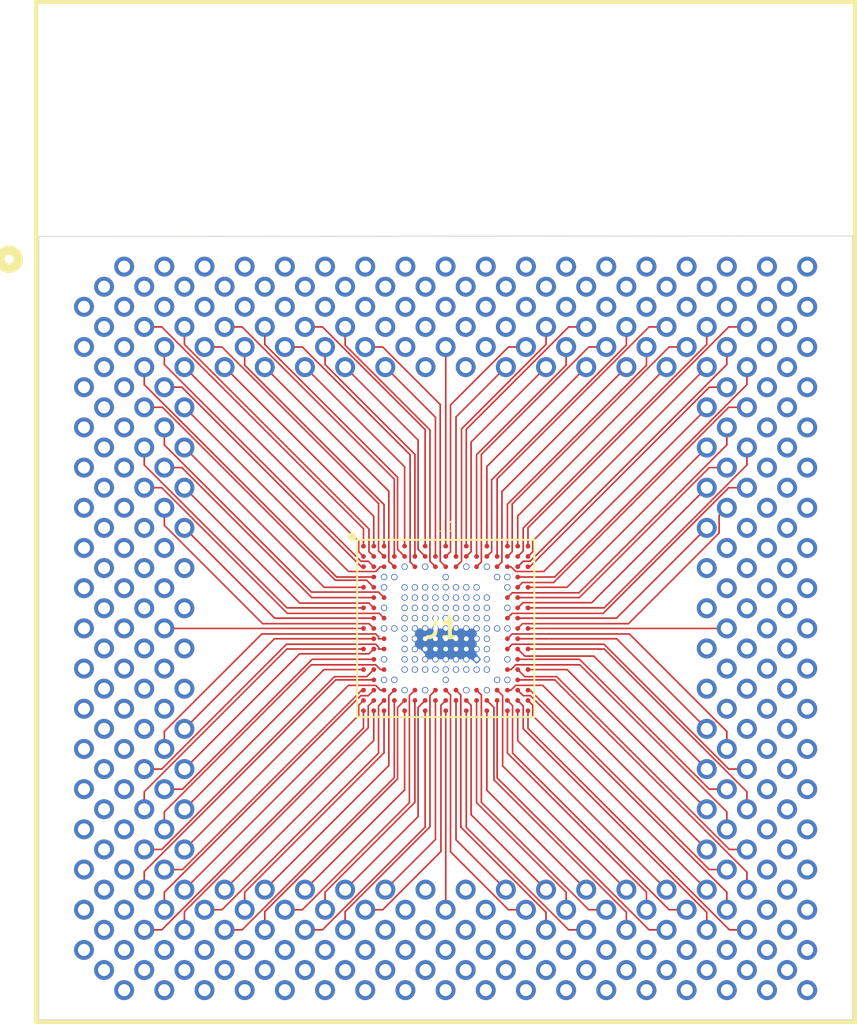
<source format=kicad_pcb>
(kicad_pcb (version 20221018) (generator pcbnew)
  (layers (0 "F.Cu" signal) (1 "In1.Cu" signal) (2 "In2.Cu" signal) (31 "B.Cu" signal) (34 "B.Paste" user) (35 "F.Paste" user) (36 "B.SilkS" user "B.Silkscreen") (37 "F.SilkS" user "F.Silkscreen") (38 "B.Mask" user) (39 "F.Mask" user) (44 "Edge.Cuts" user))
  (net 0 "")
  (net 245 "/A1")
  (net 246 "/A2")
  (net 247 "/A3")
  (net 248 "/A5")
  (net 249 "/A7")
  (net 250 "/A9")
  (net 251 "/A11")
  (net 252 "/A13")
  (net 253 "/A15")
  (net 254 "/A16")
  (net 255 "/A17")
  (net 256 "/B1")
  (net 257 "/B2")
  (net 258 "/B3")
  (net 259 "/B4")
  (net 260 "/B5")
  (net 261 "/B6")
  (net 262 "/B7")
  (net 263 "/DDRPLL_VCCA")
  (net 264 "/B9")
  (net 265 "/B10")
  (net 266 "/B11")
  (net 267 "/B12")
  (net 268 "/B13")
  (net 269 "/B14")
  (net 270 "/B15")
  (net 271 "/B16")
  (net 272 "/B17")
  (net 273 "/C1")
  (net 274 "/C2")
  (net 275 "/C3")
  (net 276 "/C4")
  (net 277 "/C5")
  (net 278 "/C6")
  (net 279 "/C7")
  (net 280 "/C8")
  (net 281 "/C10")
  (net 282 "/C11")
  (net 283 "/C12")
  (net 284 "/C13")
  (net 285 "/C14")
  (net 286 "/C15")
  (net 287 "/C16")
  (net 288 "/C17")
  (net 289 "/D2")
  (net 290 "/D3")
  (net 291 "/D4")
  (net 292 "/D9")
  (net 293 "/D14")
  (net 294 "/D15")
  (net 295 "/D16")
  (net 296 "/E1")
  (net 297 "/E2")
  (net 298 "/E3")
  (net 299 "/DDR_VREF")
  (net 300 "/VDDMEM")
  (net 301 "/E15")
  (net 302 "/E16")
  (net 303 "/E17")
  (net 304 "/F2")
  (net 305 "/F3")
  (net 306 "/DDRVDD")
  (net 307 "/F13")
  (net 308 "/F15")
  (net 309 "/F16")
  (net 310 "/G1")
  (net 311 "/G2")
  (net 312 "/G3")
  (net 313 "/G5")
  (net 314 "/G15")
  (net 315 "/G16")
  (net 316 "/G17")
  (net 317 "/H2")
  (net 318 "/H3")
  (net 319 "/CORE_0V8")
  (net 320 "/H15")
  (net 321 "/H16")
  (net 322 "/J1")
  (net 323 "/J2")
  (net 324 "/J3")
  (net 325 "/J4")
  (net 326 "/J14")
  (net 327 "/J15")
  (net 328 "/J16")
  (net 329 "/J17")
  (net 330 "/K2")
  (net 331 "/K3")
  (net 332 "/K15")
  (net 333 "/K16")
  (net 334 "/L1")
  (net 335 "/L2")
  (net 336 "/L3")
  (net 337 "/L13")
  (net 338 "/L15")
  (net 339 "/L16")
  (net 340 "/L17")
  (net 341 "/M2")
  (net 342 "/M3")
  (net 343 "/M15")
  (net 344 "/M16")
  (net 345 "/N1")
  (net 346 "/N2")
  (net 347 "/N3")
  (net 348 "/N5")
  (net 349 "/N11")
  (net 350 "/N13")
  (net 351 "/N15")
  (net 352 "/N16")
  (net 353 "/N17")
  (net 354 "/P2")
  (net 355 "/P3")
  (net 356 "/P4")
  (net 357 "/P9")
  (net 358 "/P14")
  (net 359 "/P15")
  (net 360 "/P16")
  (net 361 "/R1")
  (net 362 "/R2")
  (net 363 "/R3")
  (net 364 "/R4")
  (net 365 "/R5")
  (net 366 "/R6")
  (net 367 "/R7")
  (net 368 "/R8")
  (net 369 "/R9")
  (net 370 "/R10")
  (net 371 "/R11")
  (net 372 "/R12")
  (net 373 "/R13")
  (net 374 "/R14")
  (net 375 "/R15")
  (net 376 "/R16")
  (net 377 "/R17")
  (net 378 "/T1")
  (net 379 "/T2")
  (net 380 "/T3")
  (net 381 "/T4")
  (net 382 "/T5")
  (net 383 "/T6")
  (net 384 "/T7")
  (net 385 "/T8")
  (net 386 "/T9")
  (net 387 "/T10")
  (net 388 "/T11")
  (net 389 "/T12")
  (net 390 "/T13")
  (net 391 "/T14")
  (net 392 "/T15")
  (net 393 "/T16")
  (net 394 "/T17")
  (net 395 "/U1")
  (net 396 "/U2")
  (net 397 "/U3")
  (net 398 "/U5")
  (net 399 "/U7")
  (net 400 "/U9")
  (net 401 "/U11")
  (net 402 "/U13")
  (net 403 "/U15")
  (net 404 "/U16")
  (net 405 "/U17")
  (net 408 "GND")
  (footprint "687124149022:2-5916783-5" (layer "F.Cu") (at 122.655 131.13)
    (fp_text reference "J1")
    (fp_text value "2-5916783-5" hide)
  )
  (footprint "Library:BGA232_0D65_T41" (layer "F.Cu") (at 145.52506 108.2749)
    (fp_text reference "U1")
    (fp_text value "T41_BGA232" hide)
  )
  (gr_line (start 171.25 83.475) (end 171.25 133) (stroke (width 0.05)) (layer "Edge.Cuts"))
  (gr_line (start 119.8 83.5) (end 171.25 83.475) (stroke (width 0.05)) (layer "Edge.Cuts"))
  (gr_line (start 171.25 133) (end 119.8 133) (stroke (width 0.05)) (layer "Edge.Cuts"))
  (gr_line (start 119.8 133) (end 119.8 83.5) (stroke (width 0.05)) (layer "Edge.Cuts"))
  (segment (start 140.32517 101.973689) (end 140.32517 102.825) (width 0.1016) (layer "F.Cu") (net 245))
  (segment (start 127.571481 89.22) (end 140.32517 101.973689) (width 0.1016) (layer "F.Cu") (net 245))
  (segment (start 126.465 89.22) (end 127.571481 89.22) (width 0.1016) (layer "F.Cu") (net 245))
  (segment (start 140.32517 102.723629) (end 140.32517 103.07501) (width 0.1016) (layer "F.Cu") (net 245))
  (segment (start 140.97515 103.075) (end 140.97516 103.07501) (width 0.1) (layer "F.Cu") (net 246))
  (segment (start 140.97516 103.07501) (end 140.97516 101.19016) (width 0.1016) (layer "F.Cu") (net 246))
  (segment (start 140.97516 101.19016) (end 131.545 91.76) (width 0.1016) (layer "F.Cu") (net 246))
  (segment (start 140.97509 103.075) (end 140.97515 103.075) (width 0.1) (layer "F.Cu") (net 246))
  (segment (start 141.62509 100.446241) (end 141.62509 102.425) (width 0.1016) (layer "F.Cu") (net 247))
  (segment (start 141.62509 103.075) (end 141.62509 102.425) (width 0.1) (layer "F.Cu") (net 247))
  (segment (start 132.815 90.49) (end 132.815 91.636151) (width 0.1016) (layer "F.Cu") (net 247))
  (segment (start 132.815 91.636151) (end 141.62509 100.446241) (width 0.1016) (layer "F.Cu") (net 247))
  (segment (start 142.92504 98.06004) (end 142.92504 102.42505) (width 0.1016) (layer "F.Cu") (net 248))
  (segment (start 142.92504 103.075) (end 142.92504 102.42505) (width 0.1) (layer "F.Cu") (net 248))
  (segment (start 136.625 91.76) (end 142.92504 98.06004) (width 0.1016) (layer "F.Cu") (net 248))
  (segment (start 136.625 89.22) (end 137.731481 89.22) (width 0.1016) (layer "F.Cu") (net 249))
  (segment (start 144.22509 95.713609) (end 142.15 93.638519) (width 0.1) (layer "F.Cu") (net 249))
  (segment (start 137.731481 89.22) (end 142.15 93.638519) (width 0.1016) (layer "F.Cu") (net 249))
  (segment (start 144.22509 103.075) (end 144.22509 95.713609) (width 0.1) (layer "F.Cu") (net 249))
  (segment (start 145.52498 103.075) (end 145.52498 90.49998) (width 0.1) (layer "F.Cu") (net 250))
  (segment (start 145.52498 90.49998) (end 145.515 90.49) (width 0.1) (layer "F.Cu") (net 250))
  (segment (start 154.405 89.22) (end 153.298519 89.22) (width 0.1016) (layer "F.Cu") (net 251))
  (segment (start 153.298519 89.22) (end 146.82509 95.693429) (width 0.1016) (layer "F.Cu") (net 251))
  (segment (start 153.325 89.22) (end 153.298519 89.22) (width 0.1016) (layer "F.Cu") (net 251))
  (segment (start 146.82509 95.693429) (end 146.82509 102.49) (width 0.1016) (layer "F.Cu") (net 251))
  (segment (start 146.82509 103.075) (end 146.82509 102.49) (width 0.1) (layer "F.Cu") (net 251))
  (segment (start 148.12509 98.03991) (end 148.12509 102.425) (width 0.1016) (layer "F.Cu") (net 252))
  (segment (start 154.405 91.76) (end 148.12509 98.03991) (width 0.1016) (layer "F.Cu") (net 252))
  (segment (start 148.12509 103.075) (end 148.12509 102.425) (width 0.1) (layer "F.Cu") (net 252))
  (segment (start 149.42509 103.075) (end 149.42509 102.425) (width 0.1) (layer "F.Cu") (net 253))
  (segment (start 158.215 91.636151) (end 149.42509 100.426061) (width 0.1016) (layer "F.Cu") (net 253))
  (segment (start 158.215 90.49) (end 158.215 91.636151) (width 0.1016) (layer "F.Cu") (net 253))
  (segment (start 149.42509 100.426061) (end 149.42509 102.425) (width 0.1016) (layer "F.Cu") (net 253))
  (segment (start 159.485 91.76) (end 157.145 94.1) (width 0.1016) (layer "F.Cu") (net 254))
  (segment (start 150.07488 101.17012) (end 150.07488 102.42521) (width 0.1016) (layer "F.Cu") (net 254))
  (segment (start 150.07488 103.075) (end 150.07488 102.42521) (width 0.1) (layer "F.Cu") (net 254))
  (segment (start 157.145 94.1) (end 150.07488 101.17012) (width 0.1016) (layer "F.Cu") (net 254))
  (segment (start 164.565 89.22) (end 163.418849 89.22) (width 0.1016) (layer "F.Cu") (net 255))
  (segment (start 163.418849 89.22) (end 150.72495 101.913899) (width 0.1016) (layer "F.Cu") (net 255))
  (segment (start 150.72495 101.913899) (end 150.72495 103.07501) (width 0.1016) (layer "F.Cu") (net 255))
  (segment (start 140.022785 102.777785) (end 132.02 94.775) (width 0.1016) (layer "F.Cu") (net 256))
  (segment (start 129.005 91.76) (end 132.02 94.775) (width 0.1016) (layer "F.Cu") (net 256))
  (segment (start 140.022785 103.422605) (end 140.022785 102.777785) (width 0.1016) (layer "F.Cu") (net 256))
  (segment (start 140.32517 103.72499) (end 140.022785 103.422605) (width 0.1016) (layer "F.Cu") (net 256))
  (segment (start 140.97516 103.72499) (end 140.672775 103.422605) (width 0.1016) (layer "F.Cu") (net 257))
  (segment (start 129.005 90.326481) (end 140.672775 101.994256) (width 0.1016) (layer "F.Cu") (net 257))
  (segment (start 140.672775 101.994256) (end 140.672775 103.422605) (width 0.1016) (layer "F.Cu") (net 257))
  (segment (start 129.005 89.22) (end 129.005 90.326481) (width 0.1016) (layer "F.Cu") (net 257))
  (segment (start 130.275 90.49) (end 131.381481 90.49) (width 0.1016) (layer "F.Cu") (net 258))
  (segment (start 141.277545 100.386064) (end 141.277545 103.377465) (width 0.1016) (layer "F.Cu") (net 258))
  (segment (start 131.381481 90.49) (end 141.277545 100.386064) (width 0.1016) (layer "F.Cu") (net 258))
  (segment (start 141.277545 103.377465) (end 141.62506 103.72498) (width 0.1016) (layer "F.Cu") (net 258))
  (segment (start 142.27509 99.818509) (end 142.27509 98.843609) (width 0.1016) (layer "F.Cu") (net 259))
  (segment (start 142.27509 103.725) (end 142.27509 99.818509) (width 0.1016) (layer "F.Cu") (net 259))
  (segment (start 132.651481 89.22) (end 131.545 89.22) (width 0.1016) (layer "F.Cu") (net 259))
  (segment (start 142.27509 98.843609) (end 132.651481 89.22) (width 0.1016) (layer "F.Cu") (net 259))
  (segment (start 142.47829 99.694671) (end 142.47829 98.719771) (width 0.1016) (layer "F.Cu") (net 260))
  (segment (start 142.47829 98.719771) (end 134.085 90.326481) (width 0.1016) (layer "F.Cu") (net 260))
  (segment (start 142.47829 103.27823) (end 142.47829 99.694671) (width 0.1016) (layer "F.Cu") (net 260))
  (segment (start 134.085 90.326481) (end 134.085 89.22) (width 0.1016) (layer "F.Cu") (net 260))
  (segment (start 142.92504 103.72498) (end 142.47829 103.27823) (width 0.1016) (layer "F.Cu") (net 260))
  (segment (start 137.895 91.596481) (end 137.895 90.49) (width 0.1016) (layer "F.Cu") (net 261))
  (segment (start 143.5751 103.72499) (end 143.5751 98.251481) (width 0.1016) (layer "F.Cu") (net 261))
  (segment (start 143.5751 97.276581) (end 137.895 91.596481) (width 0.1016) (layer "F.Cu") (net 261))
  (segment (start 143.5751 98.251481) (end 143.5751 97.276581) (width 0.1016) (layer "F.Cu") (net 261))
  (segment (start 143.7783 103.27827) (end 143.7783 96.3733) (width 0.1016) (layer "F.Cu") (net 262))
  (segment (start 143.7783 96.3733) (end 139.165 91.76) (width 0.1016) (layer "F.Cu") (net 262))
  (segment (start 144.22501 103.72498) (end 143.7783 103.27827) (width 0.1016) (layer "F.Cu") (net 262))
  (segment (start 141.705 91.76) (end 143.45 93.505) (width 0.1016) (layer "F.Cu") (net 263))
  (segment (start 144.87507 94.93007) (end 143.45 93.505) (width 0.1016) (layer "F.Cu") (net 263))
  (segment (start 144.87507 103.72499) (end 144.87507 94.93007) (width 0.1016) (layer "F.Cu") (net 263))
  (segment (start 145.82749 103.4226) (end 145.52509 103.725) (width 0.1016) (layer "F.Cu") (net 264))
  (segment (start 145.82749 94.151029) (end 145.82749 103.4226) (width 0.1016) (layer "F.Cu") (net 264))
  (segment (start 150.595 90.49) (end 149.488519 90.49) (width 0.1016) (layer "F.Cu") (net 264))
  (segment (start 149.488519 90.49) (end 145.82749 94.151029) (width 0.1016) (layer "F.Cu") (net 264))
  (segment (start 146.17509 94.90991) (end 146.17509 103.725) (width 0.1016) (layer "F.Cu") (net 265))
  (segment (start 149.325 91.76) (end 146.17509 94.90991) (width 0.1016) (layer "F.Cu") (net 265))
  (segment (start 147.12749 103.4226) (end 146.82509 103.725) (width 0.1016) (layer "F.Cu") (net 266))
  (segment (start 147.12749 96.49751) (end 147.12749 103.4226) (width 0.1016) (layer "F.Cu") (net 266))
  (segment (start 151.865 91.76) (end 147.12749 96.49751) (width 0.1016) (layer "F.Cu") (net 266))
  (segment (start 147.47494 97.296211) (end 147.47494 103.72498) (width 0.1016) (layer "F.Cu") (net 267))
  (segment (start 153.135 91.636151) (end 147.47494 97.296211) (width 0.1016) (layer "F.Cu") (net 267))
  (segment (start 153.135 90.49) (end 153.135 91.636151) (width 0.1016) (layer "F.Cu") (net 267))
  (segment (start 148.42749 98.883661) (end 148.42749 103.4226) (width 0.1016) (layer "F.Cu") (net 268))
  (segment (start 156.945 90.366151) (end 148.42749 98.883661) (width 0.1016) (layer "F.Cu") (net 268))
  (segment (start 156.945 89.22) (end 156.945 90.366151) (width 0.1016) (layer "F.Cu") (net 268))
  (segment (start 148.42749 103.4226) (end 148.12509 103.725) (width 0.1016) (layer "F.Cu") (net 268))
  (segment (start 159.485 89.22) (end 158.378519 89.22) (width 0.1016) (layer "F.Cu") (net 269))
  (segment (start 158.378519 89.22) (end 148.77499 98.823529) (width 0.1016) (layer "F.Cu") (net 269))
  (segment (start 148.77499 98.823529) (end 148.77499 103.72499) (width 0.1016) (layer "F.Cu") (net 269))
  (segment (start 149.72749 100.411029) (end 149.72749 103.42239) (width 0.1016) (layer "F.Cu") (net 270))
  (segment (start 149.72749 103.42239) (end 149.4249 103.72498) (width 0.1016) (layer "F.Cu") (net 270))
  (segment (start 160.755 90.49) (end 159.648519 90.49) (width 0.1016) (layer "F.Cu") (net 270))
  (segment (start 149.72749 100.411029) (end 149.72749 100.5) (width 0.1016) (layer "F.Cu") (net 270))
  (segment (start 159.648519 90.49) (end 149.72749 100.411029) (width 0.1016) (layer "F.Cu") (net 270))
  (segment (start 150.3 103.5) (end 150.422565 103.377435) (width 0.1016) (layer "F.Cu") (net 271))
  (segment (start 162.025 90.326481) (end 162.025 89.22) (width 0.1016) (layer "F.Cu") (net 271))
  (segment (start 150.07496 103.72499) (end 150.29995 103.5) (width 0.1016) (layer "F.Cu") (net 271))
  (segment (start 150.422565 103.377435) (end 150.422565 101.928916) (width 0.1016) (layer "F.Cu") (net 271))
  (segment (start 150.422565 101.928916) (end 162.025 90.326481) (width 0.1016) (layer "F.Cu") (net 271))
  (segment (start 150.29995 103.5) (end 150.3 103.5) (width 0.1016) (layer "F.Cu") (net 271))
  (segment (start 151.027335 102.757665) (end 151.027335 103.422605) (width 0.1016) (layer "F.Cu") (net 272))
  (segment (start 162.025 91.76) (end 151.027335 102.757665) (width 0.1016) (layer "F.Cu") (net 272))
  (segment (start 150.72495 103.72499) (end 151.027335 103.422605) (width 0.1016) (layer "F.Cu") (net 272))
  (segment (start 140.186451 104.37497) (end 140.32509 104.37497) (width 0.1016) (layer "F.Cu") (net 273))
  (segment (start 128.841481 93.03) (end 132.725 96.913519) (width 0.1016) (layer "F.Cu") (net 273))
  (segment (start 127.735 93.03) (end 128.841481 93.03) (width 0.1016) (layer "F.Cu") (net 273))
  (segment (start 132.725 96.913519) (end 140.186451 104.37497) (width 0.1016) (layer "F.Cu") (net 273))
  (segment (start 127.735 91.596481) (end 127.735 90.49) (width 0.1016) (layer "F.Cu") (net 274))
  (segment (start 140.97509 104.375) (end 140.627465 104.027375) (width 0.1016) (layer "F.Cu") (net 274))
  (segment (start 140.165894 104.027375) (end 127.735 91.596481) (width 0.1016) (layer "F.Cu") (net 274))
  (segment (start 140.627465 104.027375) (end 140.165894 104.027375) (width 0.1016) (layer "F.Cu") (net 274))
  (segment (start 141.277545 104.500232) (end 141.100412 104.677365) (width 0.1016) (layer "F.Cu") (net 275))
  (segment (start 141.62506 104.37497) (end 141.62507 104.37498) (width 0.1016) (layer "F.Cu") (net 275))
  (segment (start 141.100412 104.677365) (end 139.382365 104.677365) (width 0.1016) (layer "F.Cu") (net 275))
  (segment (start 141.62507 104.37498) (end 141.62514 104.37498) (width 0.1016) (layer "F.Cu") (net 275))
  (segment (start 141.62514 104.37498) (end 141.40002 104.37498) (width 0.1016) (layer "F.Cu") (net 275))
  (segment (start 139.382365 104.677365) (end 129.005 94.3) (width 0.1016) (layer "F.Cu") (net 275))
  (segment (start 141.40002 104.37498) (end 141.277545 104.497455) (width 0.1016) (layer "F.Cu") (net 275))
  (segment (start 141.277545 104.497455) (end 141.277545 104.500232) (width 0.1016) (layer "F.Cu") (net 275))
  (segment (start 141.927525 99.602525) (end 134.085 91.76) (width 0.1016) (layer "F.Cu") (net 276))
  (segment (start 142.00015 104.1) (end 141.975 104.1) (width 0.1016) (layer "F.Cu") (net 276))
  (segment (start 141.927525 104.052525) (end 141.927525 99.602525) (width 0.1016) (layer "F.Cu") (net 276))
  (segment (start 142.27513 104.37498) (end 142.00015 104.1) (width 0.1016) (layer "F.Cu") (net 276))
  (segment (start 141.975 104.1) (end 141.927525 104.052525) (width 0.1016) (layer "F.Cu") (net 276))
  (via (at 142.925 104.375) (size 0.4) (drill 0.3) (layers "F.Cu" "B.Cu") (net 277))
  (segment (start 143.272715 104.072595) (end 143.272715 97.301234) (width 0.1016) (layer "F.Cu") (net 278))
  (segment (start 143.272715 97.301234) (end 136.461481 90.49) (width 0.1016) (layer "F.Cu") (net 278))
  (segment (start 143.5751 104.37498) (end 143.272715 104.072595) (width 0.1016) (layer "F.Cu") (net 278))
  (segment (start 136.461481 90.49) (end 135.355 90.49) (width 0.1016) (layer "F.Cu") (net 278))
  (via (at 144.225 104.375) (size 0.4) (drill 0.3) (layers "F.Cu" "B.Cu") (net 279))
  (segment (start 144.527475 104.027475) (end 144.527475 95.728626) (width 0.1016) (layer "F.Cu") (net 280))
  (segment (start 144.527475 95.728626) (end 139.165 90.366151) (width 0.1016) (layer "F.Cu") (net 280))
  (segment (start 144.87499 104.37497) (end 144.875 104.37498) (width 0.1016) (layer "F.Cu") (net 280))
  (segment (start 144.875 104.37498) (end 144.87507 104.37498) (width 0.1016) (layer "F.Cu") (net 280))
  (segment (start 144.62509 104.125) (end 144.625 104.125) (width 0.1016) (layer "F.Cu") (net 280))
  (segment (start 144.625 104.125) (end 144.527475 104.027475) (width 0.1016) (layer "F.Cu") (net 280))
  (segment (start 144.87507 104.37498) (end 144.62509 104.125) (width 0.1016) (layer "F.Cu") (net 280))
  (segment (start 139.165 90.366151) (end 139.165 89.22) (width 0.1016) (layer "F.Cu") (net 280))
  (segment (start 146.522645 95.668836) (end 151.865 90.326481) (width 0.1016) (layer "F.Cu") (net 281))
  (segment (start 146.522645 104.027385) (end 146.522645 95.668836) (width 0.1016) (layer "F.Cu") (net 281))
  (segment (start 151.865 90.326481) (end 151.865 89.22) (width 0.1016) (layer "F.Cu") (net 281))
  (segment (start 146.17505 104.37498) (end 146.522645 104.027385) (width 0.1016) (layer "F.Cu") (net 281))
  (via (at 146.825 104.375) (size 0.4) (drill 0.3) (layers "F.Cu" "B.Cu") (net 282))
  (segment (start 154.568519 90.49) (end 147.777405 97.281114) (width 0.1016) (layer "F.Cu") (net 283))
  (segment (start 147.47502 104.37498) (end 147.777405 104.072595) (width 0.1016) (layer "F.Cu") (net 283))
  (segment (start 147.777405 104.072595) (end 147.777405 101.477405) (width 0.1016) (layer "F.Cu") (net 283))
  (segment (start 155.675 90.49) (end 154.568519 90.49) (width 0.1016) (layer "F.Cu") (net 283))
  (segment (start 147.777405 97.281114) (end 147.777405 101.477405) (width 0.1016) (layer "F.Cu") (net 283))
  (via (at 148.125 104.375) (size 0.4) (drill 0.3) (layers "F.Cu" "B.Cu") (net 284))
  (segment (start 149.077375 99.627625) (end 149.077375 101.399185) (width 0.1016) (layer "F.Cu") (net 285))
  (segment (start 148.77499 104.37498) (end 149.077375 104.072595) (width 0.1016) (layer "F.Cu") (net 285))
  (segment (start 149.077375 104.072595) (end 149.077375 101.399185) (width 0.1016) (layer "F.Cu") (net 285))
  (segment (start 156.945 91.76) (end 149.077375 99.627625) (width 0.1016) (layer "F.Cu") (net 285))
  (segment (start 149.647323 104.37498) (end 149.949708 104.677365) (width 0.1016) (layer "F.Cu") (net 286))
  (segment (start 151.722635 104.677365) (end 162.025 94.375) (width 0.1016) (layer "F.Cu") (net 286))
  (segment (start 149.949708 104.677365) (end 151.722635 104.677365) (width 0.1016) (layer "F.Cu") (net 286))
  (segment (start 149.42498 104.37498) (end 149.647323 104.37498) (width 0.1016) (layer "F.Cu") (net 286))
  (segment (start 162.025 94.375) (end 162.025 94.3) (width 0.1016) (layer "F.Cu") (net 286))
  (segment (start 150.422715 104.027375) (end 150.864106 104.027375) (width 0.1016) (layer "F.Cu") (net 287))
  (segment (start 150.07509 104.375) (end 150.422715 104.027375) (width 0.1016) (layer "F.Cu") (net 287))
  (segment (start 150.864106 104.027375) (end 163.295 91.596481) (width 0.1016) (layer "F.Cu") (net 287))
  (segment (start 163.295 91.596481) (end 163.295 90.49) (width 0.1016) (layer "F.Cu") (net 287))
  (segment (start 162.188519 93.03) (end 158.225 96.993519) (width 0.1016) (layer "F.Cu") (net 288))
  (segment (start 163.295 93.03) (end 162.188519 93.03) (width 0.1016) (layer "F.Cu") (net 288))
  (segment (start 150.72509 104.375) (end 150.843519 104.375) (width 0.1) (layer "F.Cu") (net 288))
  (segment (start 150.843519 104.375) (end 158.225 96.993519) (width 0.1) (layer "F.Cu") (net 288))
  (segment (start 140.97508 105.02496) (end 139.43686 105.02496) (width 0.1016) (layer "F.Cu") (net 289))
  (segment (start 138.623479 105.02496) (end 139.43686 105.02496) (width 0.1016) (layer "F.Cu") (net 289))
  (segment (start 126.465 91.76) (end 126.465 92.866481) (width 0.1016) (layer "F.Cu") (net 289))
  (segment (start 126.465 92.866481) (end 138.623479 105.02496) (width 0.1016) (layer "F.Cu") (net 289))
  (via (at 141.625 105.025) (size 0.4) (drill 0.3) (layers "F.Cu" "B.Cu") (net 290))
  (via (at 142.27509 105.025) (size 0.4) (drill 0.3) (layers "F.Cu" "B.Cu") (net 291))
  (via (at 145.52509 105.025) (size 0.4) (drill 0.3) (layers "F.Cu" "B.Cu") (net 292))
  (via (at 148.77509 105.025) (size 0.4) (drill 0.3) (layers "F.Cu" "B.Cu") (net 293))
  (via (at 149.425 105.025) (size 0.4) (drill 0.3) (layers "F.Cu" "B.Cu") (net 294))
  (segment (start 150.07509 105.025) (end 152.406481 105.025) (width 0.1016) (layer "F.Cu") (net 295))
  (segment (start 152.406481 105.025) (end 156.506481 100.925) (width 0.1016) (layer "F.Cu") (net 295))
  (segment (start 164.565 91.76) (end 164.565 92.866481) (width 0.1016) (layer "F.Cu") (net 295))
  (segment (start 164.565 92.866481) (end 156.506481 100.925) (width 0.1016) (layer "F.Cu") (net 295))
  (segment (start 129.005 96.84) (end 131.065 98.9) (width 0.1016) (layer "F.Cu") (net 296))
  (segment (start 137.83994 105.67494) (end 140.32509 105.67494) (width 0.1016) (layer "F.Cu") (net 296))
  (segment (start 131.065 98.9) (end 137.83994 105.67494) (width 0.1016) (layer "F.Cu") (net 296))
  (segment (start 126.465 94.3) (end 127.611151 94.3) (width 0.1016) (layer "F.Cu") (net 297))
  (segment (start 134.918076 101.606925) (end 138.539311 105.22816) (width 0.1016) (layer "F.Cu") (net 297))
  (segment (start 127.611151 94.3) (end 134.918076 101.606925) (width 0.1016) (layer "F.Cu") (net 297))
  (segment (start 138.539311 105.22816) (end 140.5283 105.22816) (width 0.1016) (layer "F.Cu") (net 297))
  (segment (start 140.5283 105.22816) (end 140.97508 105.67494) (width 0.1016) (layer "F.Cu") (net 297))
  (via (at 141.62509 105.675) (size 0.4) (drill 0.3) (layers "F.Cu" "B.Cu") (net 298))
  (via (at 142.92509 105.675) (size 0.4) (drill 0.3) (layers "F.Cu" "B.Cu") (net 299))
  (via (at 144.22509 105.675) (size 0.4) (drill 0.3) (layers "F.Cu" "B.Cu") (net 300))
  (via (at 147.47509 105.675) (size 0.4) (drill 0.3) (layers "F.Cu" "B.Cu") (net 300))
  (via (at 146.82509 105.675) (size 0.4) (drill 0.3) (layers "F.Cu" "B.Cu") (net 300))
  (via (at 146.17509 105.675) (size 0.4) (drill 0.3) (layers "F.Cu" "B.Cu") (net 300))
  (via (at 143.57509 105.675) (size 0.4) (drill 0.3) (layers "F.Cu" "B.Cu") (net 300))
  (via (at 145.52509 105.675) (size 0.4) (drill 0.3) (layers "F.Cu" "B.Cu") (net 300))
  (via (at 144.87509 105.675) (size 0.4) (drill 0.3) (layers "F.Cu" "B.Cu") (net 300))
  (via (at 149.42509 105.675) (size 0.4) (drill 0.3) (layers "F.Cu" "B.Cu") (net 301))
  (segment (start 152.346294 105.372555) (end 150.377535 105.372555) (width 0.1016) (layer "F.Cu") (net 302))
  (segment (start 163.418849 94.3) (end 152.346294 105.372555) (width 0.1016) (layer "F.Cu") (net 302))
  (segment (start 150.377535 105.372555) (end 150.07509 105.675) (width 0.1016) (layer "F.Cu") (net 302))
  (segment (start 164.565 94.3) (end 163.418849 94.3) (width 0.1016) (layer "F.Cu") (net 302))
  (segment (start 162.025 96.84) (end 153.19 105.675) (width 0.1016) (layer "F.Cu") (net 303))
  (segment (start 153.19 105.675) (end 150.72509 105.675) (width 0.1016) (layer "F.Cu") (net 303))
  (segment (start 128.841481 98.11) (end 137.056411 106.32493) (width 0.1016) (layer "F.Cu") (net 304))
  (segment (start 137.056411 106.32493) (end 139.46683 106.32493) (width 0.1016) (layer "F.Cu") (net 304))
  (segment (start 127.735 98.11) (end 128.841481 98.11) (width 0.1016) (layer "F.Cu") (net 304))
  (segment (start 140.97508 106.32493) (end 139.46683 106.32493) (width 0.1016) (layer "F.Cu") (net 304))
  (segment (start 141.277535 105.977335) (end 137.035854 105.977335) (width 0.1016) (layer "F.Cu") (net 305))
  (segment (start 137.035854 105.977335) (end 127.735 96.676481) (width 0.1016) (layer "F.Cu") (net 305))
  (segment (start 127.735 96.676481) (end 127.735 95.57) (width 0.1016) (layer "F.Cu") (net 305))
  (segment (start 141.62506 106.32486) (end 141.277535 105.977335) (width 0.1016) (layer "F.Cu") (net 305))
  (segment (start 141.62506 106.32493) (end 141.62506 106.32486) (width 0.1016) (layer "F.Cu") (net 305))
  (via (at 144.87509 106.325) (size 0.4) (drill 0.3) (layers "F.Cu" "B.Cu") (net 306))
  (via (at 146.17509 106.325) (size 0.4) (drill 0.3) (layers "F.Cu" "B.Cu") (net 306))
  (via (at 147.47509 106.325) (size 0.4) (drill 0.3) (layers "F.Cu" "B.Cu") (net 306))
  (via (at 146.82509 106.325) (size 0.4) (drill 0.3) (layers "F.Cu" "B.Cu") (net 306))
  (via (at 143.57509 106.325) (size 0.4) (drill 0.3) (layers "F.Cu" "B.Cu") (net 306))
  (via (at 142.92509 106.325) (size 0.4) (drill 0.3) (layers "F.Cu" "B.Cu") (net 306))
  (via (at 144.22509 106.325) (size 0.4) (drill 0.3) (layers "F.Cu" "B.Cu") (net 306))
  (via (at 145.52509 106.325) (size 0.4) (drill 0.3) (layers "F.Cu" "B.Cu") (net 306))
  (via (at 148.12509 106.325) (size 0.4) (drill 0.3) (layers "F.Cu" "B.Cu") (net 307))
  (segment (start 163.295 96.676481) (end 153.948936 106.022545) (width 0.1016) (layer "F.Cu") (net 308))
  (segment (start 153.948936 106.022545) (end 149.727285 106.022545) (width 0.1016) (layer "F.Cu") (net 308))
  (segment (start 149.727285 106.022545) (end 149.4249 106.32493) (width 0.1016) (layer "F.Cu") (net 308))
  (segment (start 163.295 95.57) (end 163.295 96.676481) (width 0.1016) (layer "F.Cu") (net 308))
  (segment (start 163.295 98.11) (end 162.188519 98.11) (width 0.1016) (layer "F.Cu") (net 309))
  (segment (start 162.188519 98.11) (end 153.973519 106.325) (width 0.1016) (layer "F.Cu") (net 309))
  (segment (start 153.973519 106.325) (end 150.07509 106.325) (width 0.1016) (layer "F.Cu") (net 309))
  (segment (start 126.465 97.946481) (end 135.493519 106.975) (width 0.1016) (layer "F.Cu") (net 310))
  (segment (start 135.493519 106.975) (end 136.761571 106.975) (width 0.1016) (layer "F.Cu") (net 310))
  (segment (start 126.465 96.84) (end 126.465 97.946481) (width 0.1016) (layer "F.Cu") (net 310))
  (segment (start 136.761571 106.975) (end 140.32509 106.975) (width 0.1016) (layer "F.Cu") (net 310))
  (segment (start 140.67269 106.6726) (end 140.97509 106.975) (width 0.1016) (layer "F.Cu") (net 311))
  (segment (start 136.2976 106.6726) (end 136.786209 106.6726) (width 0.1016) (layer "F.Cu") (net 311))
  (segment (start 136.786209 106.6726) (end 140.67269 106.6726) (width 0.1016) (layer "F.Cu") (net 311))
  (segment (start 129.005 99.38) (end 136.2976 106.6726) (width 0.1016) (layer "F.Cu") (net 311))
  (via (at 141.62509 106.975) (size 0.4) (drill 0.3) (layers "F.Cu" "B.Cu") (net 312))
  (via (at 142.92509 106.975) (size 0.4) (drill 0.3) (layers "F.Cu" "B.Cu") (net 313))
  (via (at 149.42509 106.975) (size 0.4) (drill 0.3) (layers "F.Cu" "B.Cu") (net 314))
  (segment (start 162.025 99.38) (end 154.75902 106.64598) (width 0.1016) (layer "F.Cu") (net 315))
  (segment (start 154.75902 106.64598) (end 150.40411 106.64598) (width 0.1016) (layer "F.Cu") (net 315))
  (segment (start 150.40411 106.64598) (end 150.07509 106.975) (width 0.1016) (layer "F.Cu") (net 315))
  (segment (start 164.565 96.84) (end 164.565 97.946481) (width 0.1016) (layer "F.Cu") (net 316))
  (segment (start 164.565 97.946481) (end 155.536481 106.975) (width 0.1016) (layer "F.Cu") (net 316))
  (segment (start 155.536481 106.975) (end 150.72509 106.975) (width 0.1016) (layer "F.Cu") (net 316))
  (segment (start 134.7099 107.6249) (end 139.44396 107.6249) (width 0.1016) (layer "F.Cu") (net 317))
  (segment (start 129.005 101.92) (end 134.7099 107.6249) (width 0.1016) (layer "F.Cu") (net 317))
  (segment (start 140.97508 107.6249) (end 139.44396 107.6249) (width 0.1016) (layer "F.Cu") (net 317))
  (segment (start 127.571481 99.38) (end 135.513996 107.322515) (width 0.1016) (layer "F.Cu") (net 318))
  (segment (start 141.322675 107.322515) (end 139.458977 107.322515) (width 0.1016) (layer "F.Cu") (net 318))
  (segment (start 135.513996 107.322515) (end 139.458977 107.322515) (width 0.1016) (layer "F.Cu") (net 318))
  (segment (start 126.465 99.38) (end 127.571481 99.38) (width 0.1016) (layer "F.Cu") (net 318))
  (segment (start 141.62506 107.6249) (end 141.322675 107.322515) (width 0.1016) (layer "F.Cu") (net 318))
  (via (at 143.57509 107.625) (size 0.4) (drill 0.3) (layers "F.Cu" "B.Cu") (net 319))
  (via (at 145.52509 107.625) (size 0.4) (drill 0.3) (layers "F.Cu" "B.Cu") (net 319))
  (via (at 142.92509 108.275) (size 0.4) (drill 0.3) (layers "F.Cu" "B.Cu") (net 319))
  (via (at 142.92509 107.625) (size 0.4) (drill 0.3) (layers "F.Cu" "B.Cu") (net 319))
  (via (at 146.82509 107.625) (size 0.4) (drill 0.3) (layers "F.Cu" "B.Cu") (net 319))
  (via (at 142.92509 109.575) (size 0.4) (drill 0.3) (layers "F.Cu" "B.Cu") (net 319))
  (via (at 148.12509 108.925) (size 0.4) (drill 0.3) (layers "F.Cu" "B.Cu") (net 319))
  (via (at 143.57509 110.875) (size 0.4) (drill 0.3) (layers "F.Cu" "B.Cu") (net 319))
  (via (at 143.57509 110.225) (size 0.4) (drill 0.3) (layers "F.Cu" "B.Cu") (net 319))
  (via (at 144.87509 110.875) (size 0.4) (drill 0.3) (layers "F.Cu" "B.Cu") (net 319))
  (via (at 144.22509 107.625) (size 0.4) (drill 0.3) (layers "F.Cu" "B.Cu") (net 319))
  (via (at 148.12509 108.275) (size 0.4) (drill 0.3) (layers "F.Cu" "B.Cu") (net 319))
  (via (at 146.17509 110.875) (size 0.4) (drill 0.3) (layers "F.Cu" "B.Cu") (net 319))
  (via (at 142.92509 108.925) (size 0.4) (drill 0.3) (layers "F.Cu" "B.Cu") (net 319))
  (via (at 148.12509 107.625) (size 0.4) (drill 0.3) (layers "F.Cu" "B.Cu") (net 319))
  (via (at 144.22509 110.875) (size 0.4) (drill 0.3) (layers "F.Cu" "B.Cu") (net 319))
  (via (at 146.17509 107.625) (size 0.4) (drill 0.3) (layers "F.Cu" "B.Cu") (net 319))
  (via (at 147.47509 107.625) (size 0.4) (drill 0.3) (layers "F.Cu" "B.Cu") (net 319))
  (via (at 145.52509 107.625) (size 0.4) (drill 0.3) (layers "F.Cu" "B.Cu") (net 319))
  (via (at 144.87509 107.625) (size 0.4) (drill 0.3) (layers "F.Cu" "B.Cu") (net 319))
  (via (at 142.92509 110.225) (size 0.4) (drill 0.3) (layers "F.Cu" "B.Cu") (net 319))
  (via (at 145.52509 110.875) (size 0.4) (drill 0.3) (layers "F.Cu" "B.Cu") (net 319))
  (segment (start 149.727285 107.322515) (end 149.4249 107.6249) (width 0.1016) (layer "F.Cu") (net 320))
  (segment (start 163.418849 99.38) (end 155.476334 107.322515) (width 0.1016) (layer "F.Cu") (net 320))
  (segment (start 155.476334 107.322515) (end 149.727285 107.322515) (width 0.1016) (layer "F.Cu") (net 320))
  (segment (start 164.565 99.38) (end 163.418849 99.38) (width 0.1016) (layer "F.Cu") (net 320))
  (segment (start 156.32 107.625) (end 150.07509 107.625) (width 0.1016) (layer "F.Cu") (net 321))
  (segment (start 162.025 101.92) (end 156.32 107.625) (width 0.1016) (layer "F.Cu") (net 321))
  (segment (start 140.32509 108.27489) (end 127.73989 108.27489) (width 0.1016) (layer "F.Cu") (net 322))
  (segment (start 127.73989 108.27489) (end 127.735 108.27) (width 0.1016) (layer "F.Cu") (net 322))
  (segment (start 140.67269 107.9726) (end 140.97509 108.275) (width 0.1016) (layer "F.Cu") (net 323))
  (segment (start 127.735 100.65) (end 127.735 101.756481) (width 0.1016) (layer "F.Cu") (net 323))
  (segment (start 127.735 101.756481) (end 133.951119 107.9726) (width 0.1016) (layer "F.Cu") (net 323))
  (segment (start 135.219171 107.9726) (end 140.67269 107.9726) (width 0.1016) (layer "F.Cu") (net 323))
  (segment (start 133.951119 107.9726) (end 135.219171 107.9726) (width 0.1016) (layer "F.Cu") (net 323))
  (via (at 141.62509 108.275) (size 0.4) (drill 0.3) (layers "F.Cu" "B.Cu") (net 324))
  (via (at 142.27509 108.275) (size 0.4) (drill 0.3) (layers "F.Cu" "B.Cu") (net 325))
  (via (at 148.77509 108.275) (size 0.4) (drill 0.3) (layers "F.Cu" "B.Cu") (net 326))
  (via (at 149.42509 108.275) (size 0.4) (drill 0.3) (layers "F.Cu" "B.Cu") (net 327))
  (segment (start 162.8074 101.1376) (end 162.8074 102.244081) (width 0.1016) (layer "F.Cu") (net 328))
  (segment (start 150.377585 107.972505) (end 150.07509 108.275) (width 0.1016) (layer "F.Cu") (net 328))
  (segment (start 162.8074 102.244081) (end 157.078976 107.972505) (width 0.1016) (layer "F.Cu") (net 328))
  (segment (start 157.078976 107.972505) (end 150.377585 107.972505) (width 0.1016) (layer "F.Cu") (net 328))
  (segment (start 163.295 100.65) (end 162.8074 101.1376) (width 0.1016) (layer "F.Cu") (net 328))
  (segment (start 150.72509 108.275) (end 163.29 108.275) (width 0.1016) (layer "F.Cu") (net 329))
  (segment (start 163.29 108.275) (end 163.295 108.27) (width 0.1016) (layer "F.Cu") (net 329))
  (segment (start 129.005 114.62) (end 130.825 112.8) (width 0.1016) (layer "F.Cu") (net 330))
  (segment (start 140.97508 108.92487) (end 134.70013 108.92487) (width 0.1016) (layer "F.Cu") (net 330))
  (segment (start 134.70013 108.92487) (end 130.825 112.8) (width 0.1016) (layer "F.Cu") (net 330))
  (segment (start 141.100412 108.622495) (end 133.896024 108.622495) (width 0.1016) (layer "F.Cu") (net 331))
  (segment (start 141.277545 108.925) (end 141.277545 108.799628) (width 0.1016) (layer "F.Cu") (net 331))
  (segment (start 141.277545 108.799628) (end 141.100412 108.622495) (width 0.1016) (layer "F.Cu") (net 331))
  (segment (start 127.735 115.89) (end 127.735 114.783519) (width 0.1016) (layer "F.Cu") (net 331))
  (segment (start 141.62509 108.925) (end 141.277545 108.925) (width 0.1016) (layer "F.Cu") (net 331))
  (segment (start 133.896024 108.622495) (end 129.343519 113.175) (width 0.1016) (layer "F.Cu") (net 331))
  (segment (start 129.118519 113.4) (end 129.343519 113.175) (width 0.1016) (layer "F.Cu") (net 331))
  (segment (start 127.735 114.783519) (end 129.118519 113.4) (width 0.1016) (layer "F.Cu") (net 331))
  (segment (start 163.295 114.783519) (end 157.133966 108.622485) (width 0.1016) (layer "F.Cu") (net 332))
  (segment (start 157.133966 108.622485) (end 152.051385 108.622485) (width 0.1016) (layer "F.Cu") (net 332))
  (segment (start 163.295 115.89) (end 163.295 114.783519) (width 0.1016) (layer "F.Cu") (net 332))
  (segment (start 149.4249 108.92487) (end 149.727285 108.622485) (width 0.1016) (layer "F.Cu") (net 332))
  (segment (start 149.727285 108.622485) (end 152.051385 108.622485) (width 0.1016) (layer "F.Cu") (net 332))
  (segment (start 150.07509 108.925) (end 151.8459 108.925) (width 0.1016) (layer "F.Cu") (net 333))
  (segment (start 156.33 108.925) (end 151.8459 108.925) (width 0.1016) (layer "F.Cu") (net 333))
  (segment (start 162.025 114.62) (end 156.33 108.925) (width 0.1016) (layer "F.Cu") (net 333))
  (segment (start 135.483659 109.57486) (end 132.05 113.008519) (width 0.1016) (layer "F.Cu") (net 334))
  (segment (start 140.32509 109.57486) (end 135.483659 109.57486) (width 0.1016) (layer "F.Cu") (net 334))
  (segment (start 126.465 118.593519) (end 132.05 113.008519) (width 0.1016) (layer "F.Cu") (net 334))
  (segment (start 126.465 119.7) (end 126.465 118.593519) (width 0.1016) (layer "F.Cu") (net 334))
  (segment (start 129.005 117.16) (end 130.29 115.875) (width 0.1016) (layer "F.Cu") (net 335))
  (segment (start 140.67269 109.8774) (end 140.97509 109.575) (width 0.1016) (layer "F.Cu") (net 335))
  (segment (start 136.2876 109.8774) (end 140.67269 109.8774) (width 0.1016) (layer "F.Cu") (net 335))
  (segment (start 130.29 115.875) (end 136.2876 109.8774) (width 0.1016) (layer "F.Cu") (net 335))
  (segment (start 141.277545 109.57486) (end 141.277545 109.449618) (width 0.1016) (layer "F.Cu") (net 336))
  (segment (start 126.465 117.16) (end 127.571481 117.16) (width 0.1016) (layer "F.Cu") (net 336))
  (segment (start 141.100412 109.272485) (end 135.458996 109.272485) (width 0.1016) (layer "F.Cu") (net 336))
  (segment (start 127.571481 117.16) (end 131.256481 113.475) (width 0.1016) (layer "F.Cu") (net 336))
  (segment (start 141.277545 109.449618) (end 141.100412 109.272485) (width 0.1016) (layer "F.Cu") (net 336))
  (segment (start 135.458996 109.272485) (end 131.256481 113.475) (width 0.1016) (layer "F.Cu") (net 336))
  (segment (start 141.62506 109.57486) (end 141.277545 109.57486) (width 0.1016) (layer "F.Cu") (net 336))
  (via (at 148.12509 109.575) (size 0.4) (drill 0.3) (layers "F.Cu" "B.Cu") (net 337))
  (segment (start 155.531324 109.272475) (end 151.956703 109.272475) (width 0.1016) (layer "F.Cu") (net 338))
  (segment (start 149.727615 109.272475) (end 151.956703 109.272475) (width 0.1016) (layer "F.Cu") (net 338))
  (segment (start 149.42509 109.575) (end 149.727615 109.272475) (width 0.1016) (layer "F.Cu") (net 338))
  (segment (start 164.565 117.16) (end 163.418849 117.16) (width 0.1016) (layer "F.Cu") (net 338))
  (segment (start 163.418849 117.16) (end 155.531324 109.272475) (width 0.1016) (layer "F.Cu") (net 338))
  (segment (start 162.025 117.16) (end 159.315 114.45) (width 0.1016) (layer "F.Cu") (net 339))
  (segment (start 150.52173 110.02164) (end 154.88664 110.02164) (width 0.1016) (layer "F.Cu") (net 339))
  (segment (start 154.88664 110.02164) (end 159.315 114.45) (width 0.1016) (layer "F.Cu") (net 339))
  (segment (start 150.07509 109.575) (end 150.52173 110.02164) (width 0.1016) (layer "F.Cu") (net 339))
  (segment (start 155.546481 109.575) (end 159.496481 113.525) (width 0.1016) (layer "F.Cu") (net 340))
  (segment (start 150.72509 109.575) (end 155.546481 109.575) (width 0.1016) (layer "F.Cu") (net 340))
  (segment (start 164.565 119.7) (end 164.565 118.593519) (width 0.1016) (layer "F.Cu") (net 340))
  (segment (start 164.565 118.593519) (end 159.496481 113.525) (width 0.1016) (layer "F.Cu") (net 340))
  (segment (start 128.881151 118.43) (end 130.243076 117.068075) (width 0.1016) (layer "F.Cu") (net 341))
  (segment (start 140.97508 110.22484) (end 137.086311 110.22484) (width 0.1016) (layer "F.Cu") (net 341))
  (segment (start 137.086311 110.22484) (end 130.243076 117.068075) (width 0.1016) (layer "F.Cu") (net 341))
  (segment (start 127.735 118.43) (end 128.881151 118.43) (width 0.1016) (layer "F.Cu") (net 341))
  (via (at 141.62509 110.225) (size 0.4) (drill 0.3) (layers "F.Cu" "B.Cu") (net 342))
  (via (at 149.42509 110.225) (size 0.4) (drill 0.3) (layers "F.Cu" "B.Cu") (net 343))
  (segment (start 150.07488 110.22484) (end 153.983359 110.22484) (width 0.1016) (layer "F.Cu") (net 344))
  (segment (start 153.983359 110.22484) (end 159.025 115.266481) (width 0.1016) (layer "F.Cu") (net 344))
  (segment (start 162.188519 118.43) (end 159.025 115.266481) (width 0.1016) (layer "F.Cu") (net 344))
  (segment (start 163.295 118.43) (end 162.188519 118.43) (width 0.1016) (layer "F.Cu") (net 344))
  (segment (start 137.83017 110.87483) (end 131.28 117.425) (width 0.1016) (layer "F.Cu") (net 345))
  (segment (start 140.32509 110.87483) (end 137.83017 110.87483) (width 0.1016) (layer "F.Cu") (net 345))
  (segment (start 129.005 119.7) (end 131.28 117.425) (width 0.1016) (layer "F.Cu") (net 345))
  (segment (start 132.975 116.836481) (end 138.489681 111.3218) (width 0.1016) (layer "F.Cu") (net 346))
  (segment (start 126.465 122.24) (end 127.571481 122.24) (width 0.1016) (layer "F.Cu") (net 346))
  (segment (start 140.52829 111.3218) (end 140.97509 110.875) (width 0.1016) (layer "F.Cu") (net 346))
  (segment (start 138.489681 111.3218) (end 140.52829 111.3218) (width 0.1016) (layer "F.Cu") (net 346))
  (segment (start 127.571481 122.24) (end 132.975 116.836481) (width 0.1016) (layer "F.Cu") (net 346))
  (segment (start 127.735 119.863519) (end 127.735 120.97) (width 0.1016) (layer "F.Cu") (net 347))
  (segment (start 141.402787 110.87483) (end 141.100412 110.572455) (width 0.1016) (layer "F.Cu") (net 347))
  (segment (start 141.100412 110.572455) (end 137.026064 110.572455) (width 0.1016) (layer "F.Cu") (net 347))
  (segment (start 141.62506 110.87483) (end 141.402787 110.87483) (width 0.1016) (layer "F.Cu") (net 347))
  (segment (start 137.026064 110.572455) (end 127.735 119.863519) (width 0.1016) (layer "F.Cu") (net 347))
  (via (at 142.92509 110.875) (size 0.4) (drill 0.3) (layers "F.Cu" "B.Cu") (net 348))
  (via (at 146.82509 110.875) (size 0.4) (drill 0.3) (layers "F.Cu" "B.Cu") (net 349))
  (via (at 148.12509 110.875) (size 0.4) (drill 0.3) (layers "F.Cu" "B.Cu") (net 350))
  (segment (start 149.675 110.847163) (end 149.949708 110.572455) (width 0.1016) (layer "F.Cu") (net 351))
  (segment (start 154.003936 110.572455) (end 163.295 119.863519) (width 0.1016) (layer "F.Cu") (net 351))
  (segment (start 149.675 110.85) (end 149.675 110.847163) (width 0.1016) (layer "F.Cu") (net 351))
  (segment (start 163.295 119.863519) (end 163.295 120.97) (width 0.1016) (layer "F.Cu") (net 351))
  (segment (start 149.65017 110.87483) (end 149.675 110.85) (width 0.1016) (layer "F.Cu") (net 351))
  (segment (start 149.4249 110.87483) (end 149.65017 110.87483) (width 0.1016) (layer "F.Cu") (net 351))
  (segment (start 149.949708 110.572455) (end 154.003936 110.572455) (width 0.1016) (layer "F.Cu") (net 351))
  (segment (start 152.540319 111.3218) (end 163.458519 122.24) (width 0.1016) (layer "F.Cu") (net 352))
  (segment (start 164.565 122.24) (end 163.458519 122.24) (width 0.1016) (layer "F.Cu") (net 352))
  (segment (start 150.52192 111.3218) (end 152.540319 111.3218) (width 0.1016) (layer "F.Cu") (net 352))
  (segment (start 150.07496 110.87484) (end 150.52192 111.3218) (width 0.1016) (layer "F.Cu") (net 352))
  (segment (start 162.025 119.7) (end 158.05 115.725) (width 0.1016) (layer "F.Cu") (net 353))
  (segment (start 153.2 110.875) (end 158.05 115.725) (width 0.1016) (layer "F.Cu") (net 353))
  (segment (start 150.7247 110.875) (end 150.72487 110.87483) (width 0.1016) (layer "F.Cu") (net 353))
  (segment (start 150.72509 110.875) (end 153.2 110.875) (width 0.1016) (layer "F.Cu") (net 353))
  (segment (start 126.465 123.633849) (end 131.848849 118.25) (width 0.1016) (layer "F.Cu") (net 354))
  (segment (start 140.97509 111.525) (end 138.573849 111.525) (width 0.1016) (layer "F.Cu") (net 354))
  (segment (start 138.573849 111.525) (end 131.848849 118.25) (width 0.1016) (layer "F.Cu") (net 354))
  (segment (start 126.465 124.78) (end 126.465 123.633849) (width 0.1016) (layer "F.Cu") (net 354))
  (via (at 141.62509 111.525) (size 0.4) (drill 0.3) (layers "F.Cu" "B.Cu") (net 355))
  (via (at 142.27509 111.525) (size 0.4) (drill 0.3) (layers "F.Cu" "B.Cu") (net 356))
  (via (at 145.52509 111.525) (size 0.4) (drill 0.3) (layers "F.Cu" "B.Cu") (net 357))
  (via (at 148.77509 111.525) (size 0.4) (drill 0.3) (layers "F.Cu" "B.Cu") (net 358))
  (via (at 149.425 111.525) (size 0.4) (drill 0.3) (layers "F.Cu" "B.Cu") (net 359))
  (segment (start 152.416481 111.525) (end 152.375 111.525) (width 0.1016) (layer "F.Cu") (net 360))
  (segment (start 150.07509 111.525) (end 152.416481 111.525) (width 0.1016) (layer "F.Cu") (net 360))
  (segment (start 164.565 124.78) (end 164.565 123.673519) (width 0.1016) (layer "F.Cu") (net 360))
  (segment (start 164.565 123.673519) (end 152.416481 111.525) (width 0.1016) (layer "F.Cu") (net 360))
  (segment (start 127.735 123.51) (end 128.881151 123.51) (width 0.1016) (layer "F.Cu") (net 361))
  (segment (start 128.881151 123.51) (end 130.095576 122.295575) (width 0.1016) (layer "F.Cu") (net 361))
  (segment (start 140.32509 112.1748) (end 140.216351 112.1748) (width 0.1016) (layer "F.Cu") (net 361))
  (segment (start 140.216351 112.1748) (end 130.095576 122.295575) (width 0.1016) (layer "F.Cu") (net 361))
  (segment (start 127.735 124.943519) (end 127.735 126.05) (width 0.1016) (layer "F.Cu") (net 362))
  (segment (start 140.156104 112.522415) (end 127.735 124.943519) (width 0.1016) (layer "F.Cu") (net 362))
  (segment (start 140.627675 112.522415) (end 140.156104 112.522415) (width 0.1016) (layer "F.Cu") (net 362))
  (segment (start 140.97509 112.175) (end 140.627675 112.522415) (width 0.1016) (layer "F.Cu") (net 362))
  (segment (start 141.62506 112.1748) (end 141.3998 112.1748) (width 0.1016) (layer "F.Cu") (net 363))
  (segment (start 139.372575 111.872425) (end 129.005 122.24) (width 0.1016) (layer "F.Cu") (net 363))
  (segment (start 141.3998 112.1748) (end 141.277545 112.052545) (width 0.1016) (layer "F.Cu") (net 363))
  (segment (start 141.277545 112.052545) (end 141.277545 112.049558) (width 0.1016) (layer "F.Cu") (net 363))
  (segment (start 141.100412 111.872425) (end 139.372575 111.872425) (width 0.1016) (layer "F.Cu") (net 363))
  (segment (start 141.277545 112.049558) (end 141.100412 111.872425) (width 0.1016) (layer "F.Cu") (net 363))
  (segment (start 142.27505 112.1748) (end 142.27512 112.1748) (width 0.1016) (layer "F.Cu") (net 364))
  (segment (start 141.927525 112.522415) (end 141.927525 116.937475) (width 0.1016) (layer "F.Cu") (net 364))
  (segment (start 142.27512 112.1748) (end 142.27513 112.17481) (width 0.1016) (layer "F.Cu") (net 364))
  (segment (start 141.927525 116.937475) (end 134.085 124.78) (width 0.1016) (layer "F.Cu") (net 364))
  (segment (start 142.27513 112.17481) (end 141.927525 112.522415) (width 0.1016) (layer "F.Cu") (net 364))
  (via (at 142.92509 112.175) (size 0.4) (drill 0.3) (layers "F.Cu" "B.Cu") (net 365))
  (segment (start 143.57509 112.1748) (end 143.5751 112.17481) (width 0.1016) (layer "F.Cu") (net 366))
  (segment (start 143.57502 112.1748) (end 143.57509 112.1748) (width 0.1016) (layer "F.Cu") (net 366))
  (segment (start 143.227505 112.522405) (end 143.227505 119.283976) (width 0.1016) (layer "F.Cu") (net 366))
  (segment (start 136.461481 126.05) (end 135.355 126.05) (width 0.1016) (layer "F.Cu") (net 366))
  (segment (start 143.227505 119.283976) (end 136.461481 126.05) (width 0.1016) (layer "F.Cu") (net 366))
  (segment (start 143.5751 112.17481) (end 143.227505 112.522405) (width 0.1016) (layer "F.Cu") (net 366))
  (via (at 144.22509 112.175) (size 0.4) (drill 0.3) (layers "F.Cu" "B.Cu") (net 367))
  (segment (start 144.87507 112.17481) (end 144.527475 112.522405) (width 0.1016) (layer "F.Cu") (net 368))
  (segment (start 144.87509 112.17483) (end 144.87507 112.17481) (width 0.1016) (layer "F.Cu") (net 368))
  (segment (start 139.165 126.173849) (end 139.165 127.32) (width 0.1016) (layer "F.Cu") (net 368))
  (segment (start 144.527475 120.811374) (end 139.165 126.173849) (width 0.1016) (layer "F.Cu") (net 368))
  (segment (start 144.527475 112.522405) (end 144.527475 120.811374) (width 0.1016) (layer "F.Cu") (net 368))
  (segment (start 144.87509 112.175) (end 144.87509 112.17483) (width 0.1016) (layer "F.Cu") (net 368))
  (segment (start 145.827365 122.388846) (end 145.827365 112.477185) (width 0.1016) (layer "F.Cu") (net 369))
  (segment (start 150.595 126.05) (end 149.488519 126.05) (width 0.1016) (layer "F.Cu") (net 369))
  (segment (start 149.488519 126.05) (end 145.827365 122.388846) (width 0.1016) (layer "F.Cu") (net 369))
  (segment (start 145.827365 112.477185) (end 145.52498 112.1748) (width 0.1016) (layer "F.Cu") (net 369))
  (segment (start 146.477355 120.825874) (end 146.477355 112.477265) (width 0.1016) (layer "F.Cu") (net 370))
  (segment (start 151.865 127.32) (end 151.865 126.213519) (width 0.1016) (layer "F.Cu") (net 370))
  (segment (start 146.477355 112.477265) (end 146.17509 112.175) (width 0.1016) (layer "F.Cu") (net 370))
  (segment (start 151.865 126.213519) (end 146.477355 120.825874) (width 0.1016) (layer "F.Cu") (net 370))
  (via (at 146.82509 112.175) (size 0.4) (drill 0.3) (layers "F.Cu" "B.Cu") (net 371))
  (via (at 146.82509 112.175) (size 0.4) (drill 0.3) (layers "F.Cu" "B.Cu") (net 371))
  (via (at 146.82509 112.175) (size 0.4) (drill 0.3) (layers "F.Cu" "B.Cu") (net 371))
  (segment (start 147.777325 119.258806) (end 147.777325 112.477235) (width 0.1016) (layer "F.Cu") (net 372))
  (segment (start 147.777325 112.477235) (end 147.47509 112.175) (width 0.1016) (layer "F.Cu") (net 372))
  (segment (start 155.675 126.05) (end 154.568519 126.05) (width 0.1016) (layer "F.Cu") (net 372))
  (segment (start 154.568519 126.05) (end 147.777325 119.258806) (width 0.1016) (layer "F.Cu") (net 372))
  (via (at 148.12509 112.175) (size 0.4) (drill 0.3) (layers "F.Cu" "B.Cu") (net 373))
  (segment (start 149.122595 116.957595) (end 153.825 121.66) (width 0.1016) (layer "F.Cu") (net 374))
  (segment (start 149.122595 112.522505) (end 149.122595 116.957595) (width 0.1016) (layer "F.Cu") (net 374))
  (segment (start 156.945 124.78) (end 153.825 121.66) (width 0.1016) (layer "F.Cu") (net 374))
  (segment (start 148.77509 112.175) (end 149.122595 112.522505) (width 0.1016) (layer "F.Cu") (net 374))
  (segment (start 149.42498 112.17489) (end 149.42498 112.17481) (width 0.1016) (layer "F.Cu") (net 375))
  (segment (start 149.647323 112.17481) (end 149.949708 111.872425) (width 0.1016) (layer "F.Cu") (net 375))
  (segment (start 149.949708 111.872425) (end 151.657425 111.872425) (width 0.1016) (layer "F.Cu") (net 375))
  (segment (start 149.42509 112.175) (end 149.42498 112.17489) (width 0.1016) (layer "F.Cu") (net 375))
  (segment (start 149.42498 112.17481) (end 149.647323 112.17481) (width 0.1016) (layer "F.Cu") (net 375))
  (segment (start 151.657425 111.872425) (end 162.025 122.24) (width 0.1016) (layer "F.Cu") (net 375))
  (segment (start 150.873896 112.522415) (end 163.295 124.943519) (width 0.1016) (layer "F.Cu") (net 376))
  (segment (start 150.422505 112.522415) (end 150.873896 112.522415) (width 0.1016) (layer "F.Cu") (net 376))
  (segment (start 150.07509 112.175) (end 150.422505 112.522415) (width 0.1016) (layer "F.Cu") (net 376))
  (segment (start 163.295 124.943519) (end 163.295 126.05) (width 0.1016) (layer "F.Cu") (net 376))
  (segment (start 163.295 123.51) (end 162.188519 123.51) (width 0.1016) (layer "F.Cu") (net 377))
  (segment (start 150.72509 112.175) (end 150.853519 112.175) (width 0.1016) (layer "F.Cu") (net 377))
  (segment (start 150.853519 112.175) (end 162.188519 123.51) (width 0.1016) (layer "F.Cu") (net 377))
  (segment (start 140.32509 112.82479) (end 140.022785 113.127095) (width 0.1016) (layer "F.Cu") (net 378))
  (segment (start 140.022785 113.127095) (end 140.022785 113.762215) (width 0.1016) (layer "F.Cu") (net 378))
  (segment (start 140.022785 113.762215) (end 129.005 124.78) (width 0.1016) (layer "F.Cu") (net 378))
  (segment (start 129.005 126.173849) (end 129.005 127.32) (width 0.1016) (layer "F.Cu") (net 379))
  (segment (start 140.97516 112.8248) (end 140.627555 113.172405) (width 0.1016) (layer "F.Cu") (net 379))
  (segment (start 140.627555 113.172405) (end 140.627555 114.551294) (width 0.1016) (layer "F.Cu") (net 379))
  (segment (start 140.627555 114.551294) (end 129.005 126.173849) (width 0.1016) (layer "F.Cu") (net 379))
  (segment (start 141.62509 112.825) (end 141.277545 113.172545) (width 0.1016) (layer "F.Cu") (net 380))
  (segment (start 131.381481 126.05) (end 130.275 126.05) (width 0.1016) (layer "F.Cu") (net 380))
  (segment (start 141.277545 113.172545) (end 141.277545 116.153936) (width 0.1016) (layer "F.Cu") (net 380))
  (segment (start 141.277545 116.153936) (end 131.381481 126.05) (width 0.1016) (layer "F.Cu") (net 380))
  (segment (start 142.27509 112.825) (end 142.27509 117.696391) (width 0.1016) (layer "F.Cu") (net 381))
  (segment (start 132.651481 127.32) (end 136.625 123.346481) (width 0.1016) (layer "F.Cu") (net 381))
  (segment (start 131.545 127.32) (end 132.651481 127.32) (width 0.1016) (layer "F.Cu") (net 381))
  (segment (start 142.27509 117.696391) (end 136.625 123.346481) (width 0.1016) (layer "F.Cu") (net 381))
  (segment (start 134.085 126.173849) (end 138.125 122.133849) (width 0.1016) (layer "F.Cu") (net 382))
  (segment (start 142.92509 112.825) (end 142.47829 113.2718) (width 0.1016) (layer "F.Cu") (net 382))
  (segment (start 142.47829 117.780559) (end 138.125 122.133849) (width 0.1016) (layer "F.Cu") (net 382))
  (segment (start 142.47829 113.2718) (end 142.47829 117.780559) (width 0.1016) (layer "F.Cu") (net 382))
  (segment (start 134.085 127.32) (end 134.085 126.173849) (width 0.1016) (layer "F.Cu") (net 382))
  (segment (start 143.57509 119.263429) (end 140.238519 122.6) (width 0.1016) (layer "F.Cu") (net 383))
  (segment (start 137.895 124.943519) (end 140.238519 122.6) (width 0.1016) (layer "F.Cu") (net 383))
  (segment (start 143.57509 112.825) (end 143.57509 119.263429) (width 0.1016) (layer "F.Cu") (net 383))
  (segment (start 137.895 126.05) (end 137.895 124.943519) (width 0.1016) (layer "F.Cu") (net 383))
  (segment (start 143.77829 113.27151) (end 143.77829 120.16671) (width 0.1016) (layer "F.Cu") (net 384))
  (segment (start 144.22501 112.82479) (end 143.77829 113.27151) (width 0.1016) (layer "F.Cu") (net 384))
  (segment (start 139.165 124.78) (end 140.8 123.145) (width 0.1016) (layer "F.Cu") (net 384))
  (segment (start 143.77829 120.16671) (end 140.8 123.145) (width 0.1016) (layer "F.Cu") (net 384))
  (segment (start 141.705 124.78) (end 143.05 123.435) (width 0.1016) (layer "F.Cu") (net 385))
  (segment (start 144.87509 112.825) (end 144.87509 121.60991) (width 0.1016) (layer "F.Cu") (net 385))
  (segment (start 144.87509 121.60991) (end 143.05 123.435) (width 0.1016) (layer "F.Cu") (net 385))
  (segment (start 145.52509 112.825) (end 145.222595 113.127495) (width 0.1016) (layer "F.Cu") (net 386))
  (segment (start 140.435 126.05) (end 141.541481 126.05) (width 0.1016) (layer "F.Cu") (net 386))
  (segment (start 141.541481 126.05) (end 145.222595 122.368886) (width 0.1016) (layer "F.Cu") (net 386))
  (segment (start 145.222595 113.127495) (end 145.222595 115.001695) (width 0.1016) (layer "F.Cu") (net 386))
  (segment (start 145.222595 122.368886) (end 145.222595 115.001695) (width 0.1016) (layer "F.Cu") (net 386))
  (segment (start 146.17509 121.63009) (end 146.17509 112.825) (width 0.1016) (layer "F.Cu") (net 387))
  (segment (start 149.325 124.78) (end 146.17509 121.63009) (width 0.1016) (layer "F.Cu") (net 387))
  (segment (start 147.127335 113.127175) (end 146.82495 112.82479) (width 0.1016) (layer "F.Cu") (net 388))
  (segment (start 147.127335 120.042335) (end 147.127335 113.127175) (width 0.1016) (layer "F.Cu") (net 388))
  (segment (start 151.865 124.78) (end 147.127335 120.042335) (width 0.1016) (layer "F.Cu") (net 388))
  (segment (start 153.135 126.05) (end 153.135 124.943519) (width 0.1016) (layer "F.Cu") (net 389))
  (segment (start 147.47509 119.283609) (end 147.47509 112.825) (width 0.1016) (layer "F.Cu") (net 389))
  (segment (start 153.135 124.943519) (end 147.47509 119.283609) (width 0.1016) (layer "F.Cu") (net 389))
  (segment (start 153.135 124.95) (end 153.135 124.943519) (width 0.1016) (layer "F.Cu") (net 389))
  (segment (start 156.945 127.32) (end 156.945 126.213519) (width 0.1016) (layer "F.Cu") (net 390))
  (segment (start 148.12509 112.825) (end 148.57189 113.2718) (width 0.1016) (layer "F.Cu") (net 390))
  (segment (start 148.57189 117.840409) (end 156.945 126.213519) (width 0.1016) (layer "F.Cu") (net 390))
  (segment (start 148.57189 113.2718) (end 148.57189 117.840409) (width 0.1016) (layer "F.Cu") (net 390))
  (segment (start 148.77509 112.825) (end 148.77509 117.716571) (width 0.1016) (layer "F.Cu") (net 391))
  (segment (start 148.77509 117.716571) (end 152.825 121.766481) (width 0.1016) (layer "F.Cu") (net 391))
  (segment (start 158.378519 127.32) (end 152.825 121.766481) (width 0.1016) (layer "F.Cu") (net 391))
  (segment (start 159.485 127.32) (end 158.378519 127.32) (width 0.1016) (layer "F.Cu") (net 391))
  (segment (start 159.648519 126.05) (end 160.755 126.05) (width 0.1016) (layer "F.Cu") (net 392))
  (segment (start 149.75 113.14982) (end 149.75 116.151481) (width 0.1016) (layer "F.Cu") (net 392))
  (segment (start 149.42518 112.825) (end 149.75 113.14982) (width 0.1016) (layer "F.Cu") (net 392))
  (segment (start 149.42509 112.825) (end 149.42518 112.825) (width 0.1016) (layer "F.Cu") (net 392))
  (segment (start 149.75 116.151481) (end 159.648519 126.05) (width 0.1016) (layer "F.Cu") (net 392))
  (segment (start 150.422565 113.172405) (end 150.422565 114.611084) (width 0.1016) (layer "F.Cu") (net 393))
  (segment (start 150.422565 114.611084) (end 162.025 126.213519) (width 0.1016) (layer "F.Cu") (net 393))
  (segment (start 150.07516 112.825) (end 150.422565 113.172405) (width 0.1016) (layer "F.Cu") (net 393))
  (segment (start 150.07509 112.825) (end 150.07516 112.825) (width 0.1016) (layer "F.Cu") (net 393))
  (segment (start 162.025 126.213519) (end 162.025 127.32) (width 0.1016) (layer "F.Cu") (net 393))
  (segment (start 150.72509 112.825) (end 151.027335 113.127245) (width 0.1016) (layer "F.Cu") (net 394))
  (segment (start 151.027335 113.782335) (end 162.025 124.78) (width 0.1016) (layer "F.Cu") (net 394))
  (segment (start 151.027335 113.127245) (end 151.027335 113.782335) (width 0.1016) (layer "F.Cu") (net 394))
  (segment (start 140.32509 113.475) (end 140.32509 114.566391) (width 0.1016) (layer "F.Cu") (net 395))
  (segment (start 140.32509 114.566391) (end 127.571481 127.32) (width 0.1016) (layer "F.Cu") (net 395))
  (segment (start 127.571481 127.32) (end 126.465 127.32) (width 0.1016) (layer "F.Cu") (net 395))
  (segment (start 140.97508 113.47477) (end 140.97508 115.34992) (width 0.1016) (layer "F.Cu") (net 396))
  (segment (start 131.545 124.78) (end 134.1 122.225) (width 0.1016) (layer "F.Cu") (net 396))
  (segment (start 140.97508 115.34992) (end 134.1 122.225) (width 0.1016) (layer "F.Cu") (net 396))
  (segment (start 132.815 124.943519) (end 141.62509 116.133429) (width 0.1016) (layer "F.Cu") (net 397))
  (segment (start 141.62509 113.475) (end 141.62509 114.32519) (width 0.1016) (layer "F.Cu") (net 397))
  (segment (start 132.815 126.05) (end 132.815 124.943519) (width 0.1016) (layer "F.Cu") (net 397))
  (segment (start 141.62509 116.133429) (end 141.62509 114.32519) (width 0.1016) (layer "F.Cu") (net 397))
  (segment (start 142.92509 113.475) (end 142.92509 118.47991) (width 0.1016) (layer "F.Cu") (net 398))
  (segment (start 142.92509 118.47991) (end 139.4 122.005) (width 0.1016) (layer "F.Cu") (net 398))
  (segment (start 136.625 124.78) (end 139.4 122.005) (width 0.1016) (layer "F.Cu") (net 398))
  (segment (start 144.22509 120.826391) (end 141.15 123.901481) (width 0.1016) (layer "F.Cu") (net 399))
  (segment (start 137.731481 127.32) (end 141.15 123.901481) (width 0.1016) (layer "F.Cu") (net 399))
  (segment (start 136.625 127.32) (end 137.731481 127.32) (width 0.1016) (layer "F.Cu") (net 399))
  (segment (start 144.22509 113.475) (end 144.22509 120.826391) (width 0.1016) (layer "F.Cu") (net 399))
  (segment (start 145.52506 113.47478) (end 145.52506 126.03994) (width 0.1016) (layer "F.Cu") (net 400))
  (segment (start 145.52506 126.03994) (end 145.515 126.05) (width 0.1016) (layer "F.Cu") (net 400))
  (segment (start 153.298519 127.32) (end 146.82509 120.846571) (width 0.1016) (layer "F.Cu") (net 401))
  (segment (start 146.82509 120.846571) (end 146.82509 113.475) (width 0.1016) (layer "F.Cu") (net 401))
  (segment (start 154.405 127.32) (end 153.298519 127.32) (width 0.1016) (layer "F.Cu") (net 401))
  (segment (start 148.12509 118.50009) (end 148.12509 113.475) (width 0.1016) (layer "F.Cu") (net 402))
  (segment (start 154.405 124.78) (end 148.12509 118.50009) (width 0.1016) (layer "F.Cu") (net 402))
  (segment (start 149.42509 116.153609) (end 149.42509 113.475) (width 0.1016) (layer "F.Cu") (net 403))
  (segment (start 158.215 124.943519) (end 158.215 126.05) (width 0.1016) (layer "F.Cu") (net 403))
  (segment (start 158.215 124.943519) (end 149.42509 116.153609) (width 0.1016) (layer "F.Cu") (net 403))
  (segment (start 150.07509 115.37009) (end 159.485 124.78) (width 0.1016) (layer "F.Cu") (net 404))
  (segment (start 150.07509 113.475) (end 150.07509 115.37009) (width 0.1016) (layer "F.Cu") (net 404))
  (segment (start 163.458519 127.32) (end 164.565 127.32) (width 0.1016) (layer "F.Cu") (net 405))
  (segment (start 150.72495 114.586431) (end 163.458519 127.32) (width 0.1016) (layer "F.Cu") (net 405))
  (segment (start 150.72495 113.47478) (end 150.72495 114.586431) (width 0.1016) (layer "F.Cu") (net 405))
  (segment (start 145.177455 104.027375) (end 145.177455 94.125974) (width 0.1016) (layer "F.Cu") (net 408))
  (segment (start 141.541481 90.49) (end 140.435 90.49) (width 0.1016) (layer "F.Cu") (net 408))
  (segment (start 145.177455 94.125974) (end 141.541481 90.49) (width 0.1016) (layer "F.Cu") (net 408))
  (segment (start 145.52506 104.37498) (end 145.177455 104.027375) (width 0.1016) (layer "F.Cu") (net 408))
  (via (at 146.82509 109.575) (size 0.4) (drill 0.3) (layers "F.Cu" "B.Cu") (net 408))
  (via (at 145.52509 108.925) (size 0.4) (drill 0.3) (layers "F.Cu" "B.Cu") (net 408))
  (via (at 147.47509 110.225) (size 0.4) (drill 0.3) (layers "F.Cu" "B.Cu") (net 408))
  (via (at 147.47509 108.275) (size 0.4) (drill 0.3) (layers "F.Cu" "B.Cu") (net 408))
  (via (at 146.82509 108.275) (size 0.4) (drill 0.3) (layers "F.Cu" "B.Cu") (net 408))
  (via (at 144.22509 108.275) (size 0.4) (drill 0.3) (layers "F.Cu" "B.Cu") (net 408))
  (via (at 147.47509 108.925) (size 0.4) (drill 0.3) (layers "F.Cu" "B.Cu") (net 408))
  (via (at 145.52509 108.275) (size 0.4) (drill 0.3) (layers "F.Cu" "B.Cu") (net 408))
  (via (at 145.52509 110.225) (size 0.4) (drill 0.3) (layers "F.Cu" "B.Cu") (net 408))
  (via (at 148.12509 106.975) (size 0.4) (drill 0.3) (layers "F.Cu" "B.Cu") (net 408))
  (via (at 144.22509 108.925) (size 0.4) (drill 0.3) (layers "F.Cu" "B.Cu") (net 408))
  (via (at 144.87509 108.925) (size 0.4) (drill 0.3) (layers "F.Cu" "B.Cu") (net 408))
  (via (at 144.87509 109.575) (size 0.4) (drill 0.3) (layers "F.Cu" "B.Cu") (net 408))
  (via (at 143.57509 106.975) (size 0.4) (drill 0.3) (layers "F.Cu" "B.Cu") (net 408))
  (via (at 145.52509 109.575) (size 0.4) (drill 0.3) (layers "F.Cu" "B.Cu") (net 408))
  (via (at 146.82509 106.975) (size 0.4) (drill 0.3) (layers "F.Cu" "B.Cu") (net 408))
  (via (at 147.47509 109.575) (size 0.4) (drill 0.3) (layers "F.Cu" "B.Cu") (net 408))
  (via (at 146.17509 108.275) (size 0.4) (drill 0.3) (layers "F.Cu" "B.Cu") (net 408))
  (via (at 147.47509 110.875) (size 0.4) (drill 0.3) (layers "F.Cu" "B.Cu") (net 408))
  (via (at 144.22509 106.975) (size 0.4) (drill 0.3) (layers "F.Cu" "B.Cu") (net 408))
  (via (at 143.57509 108.275) (size 0.4) (drill 0.3) (layers "F.Cu" "B.Cu") (net 408))
  (via (at 144.87509 106.975) (size 0.4) (drill 0.3) (layers "F.Cu" "B.Cu") (net 408))
  (via (at 143.57509 109.575) (size 0.4) (drill 0.3) (layers "F.Cu" "B.Cu") (net 408))
  (via (at 146.17509 106.975) (size 0.4) (drill 0.3) (layers "F.Cu" "B.Cu") (net 408))
  (via (at 146.82509 110.225) (size 0.4) (drill 0.3) (layers "F.Cu" "B.Cu") (net 408))
  (via (at 144.87509 110.225) (size 0.4) (drill 0.3) (layers "F.Cu" "B.Cu") (net 408))
  (via (at 146.82509 108.925) (size 0.4) (drill 0.3) (layers "F.Cu" "B.Cu") (net 408))
  (via (at 146.17509 109.575) (size 0.4) (drill 0.3) (layers "F.Cu" "B.Cu") (net 408))
  (via (at 143.57509 108.925) (size 0.4) (drill 0.3) (layers "F.Cu" "B.Cu") (net 408))
  (via (at 145.52509 106.975) (size 0.4) (drill 0.3) (layers "F.Cu" "B.Cu") (net 408))
  (via (at 144.22509 109.575) (size 0.4) (drill 0.3) (layers "F.Cu" "B.Cu") (net 408))
  (via (at 148.12509 110.225) (size 0.4) (drill 0.3) (layers "F.Cu" "B.Cu") (net 408))
  (via (at 144.87509 108.275) (size 0.4) (drill 0.3) (layers "F.Cu" "B.Cu") (net 408))
  (via (at 146.17509 110.225) (size 0.4) (drill 0.3) (layers "F.Cu" "B.Cu") (net 408))
  (via (at 147.47509 106.975) (size 0.4) (drill 0.3) (layers "F.Cu" "B.Cu") (net 408))
  (via (at 146.17509 108.925) (size 0.4) (drill 0.3) (layers "F.Cu" "B.Cu") (net 408))
  (via (at 144.22509 110.225) (size 0.4) (drill 0.3) (layers "F.Cu" "B.Cu") (net 408))
  (zone (net 408) (net_name "GND") (layer "B.Cu") (connect_pads (clearance 0.5)) (min_thickness 0.25) (fill yes (thermal_gap 0.5) (thermal_bridge_width 0.5))
    (polygon (pts (xy 119.8 83.5) (xy 171.25 83.475) (xy 171.25 133) (xy 119.8 133)))
  )
)
</source>
